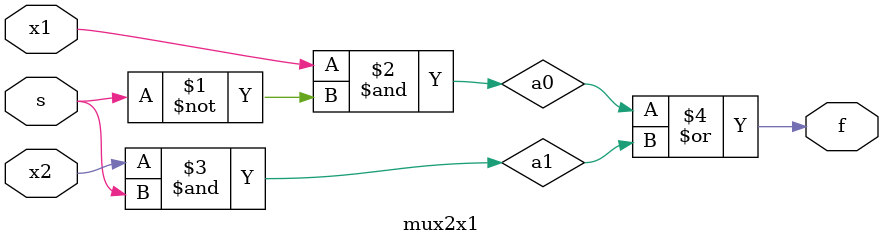
<source format=v>
module mux2x1(
    input x1, x2, s,
    output f
);
    and (a0, x1, ~s);
    and (a1, x2, s);
    or (f, a0, a1);
endmodule

</source>
